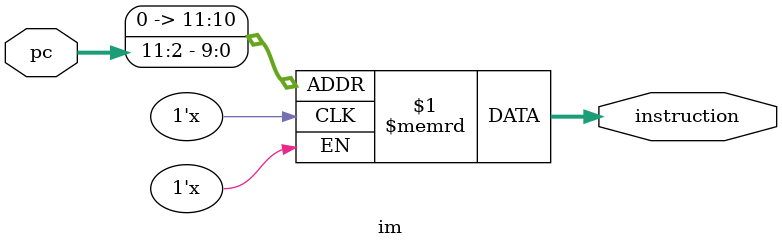
<source format=v>
module im(instruction,pc);

    output [31:0] instruction;
    input [31:0] pc;

    reg [31:0] ins_memory[1023:0]; //4k指令存储器

    assign instruction = ins_memory[pc[11:0]>>2];

endmodule
</source>
